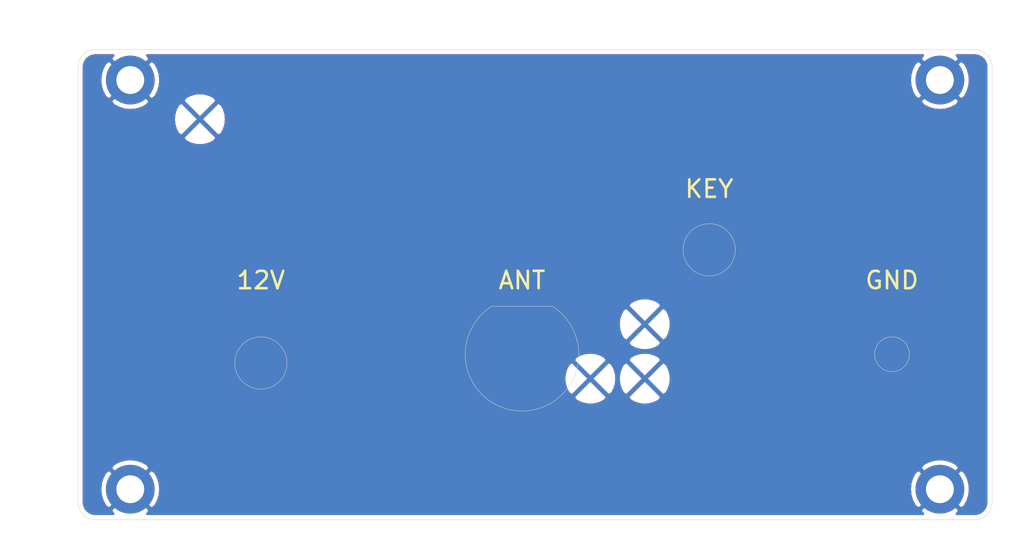
<source format=kicad_pcb>
(kicad_pcb (version 20171130) (host pcbnew 5.1.5+dfsg1-2build2)

  (general
    (thickness 1.6)
    (drawings 33)
    (tracks 0)
    (zones 0)
    (modules 4)
    (nets 2)
  )

  (page A4)
  (layers
    (0 F.Cu signal)
    (31 B.Cu signal)
    (32 B.Adhes user)
    (33 F.Adhes user)
    (34 B.Paste user)
    (35 F.Paste user)
    (36 B.SilkS user)
    (37 F.SilkS user)
    (38 B.Mask user)
    (39 F.Mask user)
    (40 Dwgs.User user)
    (41 Cmts.User user)
    (42 Eco1.User user)
    (43 Eco2.User user)
    (44 Edge.Cuts user)
    (45 Margin user)
    (46 B.CrtYd user)
    (47 F.CrtYd user)
    (48 B.Fab user)
    (49 F.Fab user)
  )

  (setup
    (last_trace_width 0.25)
    (trace_clearance 0.2)
    (zone_clearance 0.508)
    (zone_45_only no)
    (trace_min 0.2)
    (via_size 0.8)
    (via_drill 0.4)
    (via_min_size 0.4)
    (via_min_drill 0.3)
    (uvia_size 0.3)
    (uvia_drill 0.1)
    (uvias_allowed no)
    (uvia_min_size 0.2)
    (uvia_min_drill 0.1)
    (edge_width 0.05)
    (segment_width 0.2)
    (pcb_text_width 0.3)
    (pcb_text_size 1.5 1.5)
    (mod_edge_width 0.12)
    (mod_text_size 1 1)
    (mod_text_width 0.15)
    (pad_size 1.524 1.524)
    (pad_drill 0.762)
    (pad_to_mask_clearance 0.05)
    (aux_axis_origin 180 100)
    (grid_origin 180 100)
    (visible_elements FFFFFF7F)
    (pcbplotparams
      (layerselection 0x010fc_ffffffff)
      (usegerberextensions false)
      (usegerberattributes true)
      (usegerberadvancedattributes true)
      (creategerberjobfile true)
      (excludeedgelayer true)
      (linewidth 0.100000)
      (plotframeref false)
      (viasonmask false)
      (mode 1)
      (useauxorigin false)
      (hpglpennumber 1)
      (hpglpenspeed 20)
      (hpglpendiameter 15.000000)
      (psnegative false)
      (psa4output false)
      (plotreference true)
      (plotvalue true)
      (plotinvisibletext false)
      (padsonsilk false)
      (subtractmaskfromsilk false)
      (outputformat 1)
      (mirror false)
      (drillshape 1)
      (scaleselection 1)
      (outputdirectory ""))
  )

  (net 0 "")
  (net 1 GND)

  (net_class Default "This is the default net class."
    (clearance 0.2)
    (trace_width 0.25)
    (via_dia 0.8)
    (via_drill 0.4)
    (uvia_dia 0.3)
    (uvia_drill 0.1)
    (add_net GND)
  )

  (module MountingHole:MountingHole_3.2mm_M3_DIN965_Pad (layer F.Cu) (tedit 56D1B4CB) (tstamp 5EED28B8)
    (at 174 96.5)
    (descr "Mounting Hole 3.2mm, M3, DIN965")
    (tags "mounting hole 3.2mm m3 din965")
    (path /5EECDEC4)
    (attr virtual)
    (fp_text reference H4 (at 0 -3.8) (layer F.SilkS) hide
      (effects (font (size 1 1) (thickness 0.15)))
    )
    (fp_text value PL4 (at 0 3.8) (layer F.Fab)
      (effects (font (size 1 1) (thickness 0.15)))
    )
    (fp_text user %R (at 0.3 0) (layer F.Fab)
      (effects (font (size 1 1) (thickness 0.15)))
    )
    (fp_circle (center 0 0) (end 2.8 0) (layer Cmts.User) (width 0.15))
    (fp_circle (center 0 0) (end 3.05 0) (layer F.CrtYd) (width 0.05))
    (pad 1 thru_hole circle (at 0 0) (size 5.6 5.6) (drill 3.2) (layers *.Cu *.Mask)
      (net 1 GND))
  )

  (module MountingHole:MountingHole_3.2mm_M3_DIN965_Pad (layer F.Cu) (tedit 56D1B4CB) (tstamp 5EED28B0)
    (at 174 49.5)
    (descr "Mounting Hole 3.2mm, M3, DIN965")
    (tags "mounting hole 3.2mm m3 din965")
    (path /5EECD60E)
    (attr virtual)
    (fp_text reference H3 (at 0 -3.8) (layer F.SilkS) hide
      (effects (font (size 1 1) (thickness 0.15)))
    )
    (fp_text value PL3 (at 0 3.8) (layer F.Fab)
      (effects (font (size 1 1) (thickness 0.15)))
    )
    (fp_text user %R (at 0.3 0) (layer F.Fab)
      (effects (font (size 1 1) (thickness 0.15)))
    )
    (fp_circle (center 0 0) (end 2.8 0) (layer Cmts.User) (width 0.15))
    (fp_circle (center 0 0) (end 3.05 0) (layer F.CrtYd) (width 0.05))
    (pad 1 thru_hole circle (at 0 0) (size 5.6 5.6) (drill 3.2) (layers *.Cu *.Mask)
      (net 1 GND))
  )

  (module MountingHole:MountingHole_3.2mm_M3_DIN965_Pad (layer F.Cu) (tedit 56D1B4CB) (tstamp 5EED28A8)
    (at 81 96.5)
    (descr "Mounting Hole 3.2mm, M3, DIN965")
    (tags "mounting hole 3.2mm m3 din965")
    (path /5EECD0F7)
    (attr virtual)
    (fp_text reference H2 (at 0 -3.8) (layer F.SilkS) hide
      (effects (font (size 1 1) (thickness 0.15)))
    )
    (fp_text value PL2 (at 0 3.8) (layer F.Fab)
      (effects (font (size 1 1) (thickness 0.15)))
    )
    (fp_text user %R (at 0.3 0) (layer F.Fab)
      (effects (font (size 1 1) (thickness 0.15)))
    )
    (fp_circle (center 0 0) (end 2.8 0) (layer Cmts.User) (width 0.15))
    (fp_circle (center 0 0) (end 3.05 0) (layer F.CrtYd) (width 0.05))
    (pad 1 thru_hole circle (at 0 0) (size 5.6 5.6) (drill 3.2) (layers *.Cu *.Mask)
      (net 1 GND))
  )

  (module MountingHole:MountingHole_3.2mm_M3_DIN965_Pad (layer F.Cu) (tedit 56D1B4CB) (tstamp 5EED28A0)
    (at 81 49.5)
    (descr "Mounting Hole 3.2mm, M3, DIN965")
    (tags "mounting hole 3.2mm m3 din965")
    (path /5EECCECE)
    (attr virtual)
    (fp_text reference H1 (at 0 -3.8) (layer F.SilkS) hide
      (effects (font (size 1 1) (thickness 0.15)))
    )
    (fp_text value PL1 (at 0 3.8) (layer F.Fab)
      (effects (font (size 1 1) (thickness 0.15)))
    )
    (fp_text user %R (at 0.3 0) (layer F.Fab)
      (effects (font (size 1 1) (thickness 0.15)))
    )
    (fp_circle (center 0 0) (end 2.8 0) (layer Cmts.User) (width 0.15))
    (fp_circle (center 0 0) (end 3.05 0) (layer F.CrtYd) (width 0.05))
    (pad 1 thru_hole circle (at 0 0) (size 5.6 5.6) (drill 3.2) (layers *.Cu *.Mask)
      (net 1 GND))
  )

  (dimension 6 (width 0.15) (layer Cmts.User)
    (gr_text "6,000 mm" (at 96 86.8) (layer Cmts.User)
      (effects (font (size 1 1) (thickness 0.15)))
    )
    (feature1 (pts (xy 99 82) (xy 99 86.086421)))
    (feature2 (pts (xy 93 82) (xy 93 86.086421)))
    (crossbar (pts (xy 93 85.5) (xy 99 85.5)))
    (arrow1a (pts (xy 99 85.5) (xy 97.873496 86.086421)))
    (arrow1b (pts (xy 99 85.5) (xy 97.873496 84.913579)))
    (arrow2a (pts (xy 93 85.5) (xy 94.126504 86.086421)))
    (arrow2b (pts (xy 93 85.5) (xy 94.126504 84.913579)))
  )
  (dimension 4 (width 0.15) (layer Cmts.User)
    (gr_text "4,000 mm" (at 168.5 84.8) (layer Cmts.User)
      (effects (font (size 1 1) (thickness 0.15)))
    )
    (feature1 (pts (xy 170.5 81) (xy 170.5 84.086421)))
    (feature2 (pts (xy 166.5 81) (xy 166.5 84.086421)))
    (crossbar (pts (xy 166.5 83.5) (xy 170.5 83.5)))
    (arrow1a (pts (xy 170.5 83.5) (xy 169.373496 84.086421)))
    (arrow1b (pts (xy 170.5 83.5) (xy 169.373496 82.913579)))
    (arrow2a (pts (xy 166.5 83.5) (xy 167.626504 84.086421)))
    (arrow2b (pts (xy 166.5 83.5) (xy 167.626504 82.913579)))
  )
  (dimension 6 (width 0.15) (layer Cmts.User)
    (gr_text "6,000 mm" (at 147.5 73.8) (layer Cmts.User)
      (effects (font (size 1 1) (thickness 0.15)))
    )
    (feature1 (pts (xy 150.5 69) (xy 150.5 73.086421)))
    (feature2 (pts (xy 144.5 69) (xy 144.5 73.086421)))
    (crossbar (pts (xy 144.5 72.5) (xy 150.5 72.5)))
    (arrow1a (pts (xy 150.5 72.5) (xy 149.373496 73.086421)))
    (arrow1b (pts (xy 150.5 72.5) (xy 149.373496 71.913579)))
    (arrow2a (pts (xy 144.5 72.5) (xy 145.626504 73.086421)))
    (arrow2b (pts (xy 144.5 72.5) (xy 145.626504 71.913579)))
  )
  (dimension 13 (width 0.15) (layer Cmts.User)
    (gr_text "13,000 mm" (at 126 90.3) (layer Cmts.User)
      (effects (font (size 1 1) (thickness 0.15)))
    )
    (feature1 (pts (xy 132.5 81) (xy 132.5 89.586421)))
    (feature2 (pts (xy 119.5 81) (xy 119.5 89.586421)))
    (crossbar (pts (xy 119.5 89) (xy 132.5 89)))
    (arrow1a (pts (xy 132.5 89) (xy 131.373496 89.586421)))
    (arrow1b (pts (xy 132.5 89) (xy 131.373496 88.413579)))
    (arrow2a (pts (xy 119.5 89) (xy 120.626504 89.586421)))
    (arrow2b (pts (xy 119.5 89) (xy 120.626504 88.413579)))
  )
  (dimension 12 (width 0.15) (layer Cmts.User)
    (gr_text "12,000 mm" (at 117.7 81.5 270) (layer Cmts.User)
      (effects (font (size 1 1) (thickness 0.15)))
    )
    (feature1 (pts (xy 126 87.5) (xy 118.413579 87.5)))
    (feature2 (pts (xy 126 75.5) (xy 118.413579 75.5)))
    (crossbar (pts (xy 119 75.5) (xy 119 87.5)))
    (arrow1a (pts (xy 119 87.5) (xy 118.413579 86.373496)))
    (arrow1b (pts (xy 119 87.5) (xy 119.586421 86.373496)))
    (arrow2a (pts (xy 119 75.5) (xy 118.413579 76.626504)))
    (arrow2b (pts (xy 119 75.5) (xy 119.586421 76.626504)))
  )
  (dimension 18 (width 0.15) (layer Dwgs.User)
    (gr_text "18,000 mm" (at 72.7 91 90) (layer Dwgs.User)
      (effects (font (size 1 1) (thickness 0.15)))
    )
    (feature1 (pts (xy 75 82) (xy 73.413579 82)))
    (feature2 (pts (xy 75 100) (xy 73.413579 100)))
    (crossbar (pts (xy 74 100) (xy 74 82)))
    (arrow1a (pts (xy 74 82) (xy 74.586421 83.126504)))
    (arrow1b (pts (xy 74 82) (xy 73.413579 83.126504)))
    (arrow2a (pts (xy 74 100) (xy 74.586421 98.873496)))
    (arrow2b (pts (xy 74 100) (xy 73.413579 98.873496)))
  )
  (gr_line (start 75 82) (end 96 82) (layer Dwgs.User) (width 0.15))
  (gr_text KEY (at 147.5 62) (layer F.SilkS) (tstamp 60474B96)
    (effects (font (size 2 2) (thickness 0.3)))
  )
  (gr_text GND (at 168.5 72.5) (layer F.SilkS) (tstamp 60474B9B)
    (effects (font (size 2 2) (thickness 0.3)))
  )
  (gr_text ANT (at 126 72.5) (layer F.SilkS) (tstamp 60474BA0)
    (effects (font (size 2 2) (thickness 0.3)))
  )
  (gr_text 12V (at 96 72.5) (layer F.SilkS) (tstamp 60474B8D)
    (effects (font (size 2 2) (thickness 0.3)))
  )
  (gr_circle (center 147.5 69) (end 150.5 69) (layer Edge.Cuts) (width 0.05))
  (gr_circle (center 168.5 81) (end 170.5 81) (layer Edge.Cuts) (width 0.05))
  (gr_arc (start 126 81) (end 122.5 75.500002) (angle -295.0576087) (layer Edge.Cuts) (width 0.05))
  (gr_line (start 122.5 75.5) (end 129.499999 75.500001) (layer Edge.Cuts) (width 0.05))
  (gr_circle (center 96 82) (end 99 82) (layer Edge.Cuts) (width 0.05))
  (gr_line (start 75 69) (end 180 69) (layer Dwgs.User) (width 0.15))
  (dimension 32 (width 0.15) (layer Dwgs.User)
    (gr_text "32,000 mm" (at 164 43.2) (layer Dwgs.User)
      (effects (font (size 1 1) (thickness 0.15)))
    )
    (feature1 (pts (xy 148 46) (xy 148 43.913579)))
    (feature2 (pts (xy 180 46) (xy 180 43.913579)))
    (crossbar (pts (xy 180 44.5) (xy 148 44.5)))
    (arrow1a (pts (xy 148 44.5) (xy 149.126504 43.913579)))
    (arrow1b (pts (xy 148 44.5) (xy 149.126504 45.086421)))
    (arrow2a (pts (xy 180 44.5) (xy 178.873496 43.913579)))
    (arrow2b (pts (xy 180 44.5) (xy 178.873496 45.086421)))
  )
  (dimension 12 (width 0.15) (layer Dwgs.User)
    (gr_text "12,000 mm" (at 174 102.8) (layer Dwgs.User)
      (effects (font (size 1 1) (thickness 0.15)))
    )
    (feature1 (pts (xy 168 100) (xy 168 102.086421)))
    (feature2 (pts (xy 180 100) (xy 180 102.086421)))
    (crossbar (pts (xy 180 101.5) (xy 168 101.5)))
    (arrow1a (pts (xy 168 101.5) (xy 169.126504 100.913579)))
    (arrow1b (pts (xy 168 101.5) (xy 169.126504 102.086421)))
    (arrow2a (pts (xy 180 101.5) (xy 178.873496 100.913579)))
    (arrow2b (pts (xy 180 101.5) (xy 178.873496 102.086421)))
  )
  (dimension 51 (width 0.15) (layer Dwgs.User)
    (gr_text "51,000 mm" (at 100.5 104.8) (layer Dwgs.User)
      (effects (font (size 1 1) (thickness 0.15)))
    )
    (feature1 (pts (xy 126 100) (xy 126 104.086421)))
    (feature2 (pts (xy 75 100) (xy 75 104.086421)))
    (crossbar (pts (xy 75 103.5) (xy 126 103.5)))
    (arrow1a (pts (xy 126 103.5) (xy 124.873496 104.086421)))
    (arrow1b (pts (xy 126 103.5) (xy 124.873496 102.913579)))
    (arrow2a (pts (xy 75 103.5) (xy 76.126504 104.086421)))
    (arrow2b (pts (xy 75 103.5) (xy 76.126504 102.913579)))
  )
  (dimension 21 (width 0.15) (layer Dwgs.User)
    (gr_text "21,000 mm" (at 85.5 102.3) (layer Dwgs.User)
      (effects (font (size 1 1) (thickness 0.15)))
    )
    (feature1 (pts (xy 96 100) (xy 96 101.586421)))
    (feature2 (pts (xy 75 100) (xy 75 101.586421)))
    (crossbar (pts (xy 75 101) (xy 96 101)))
    (arrow1a (pts (xy 96 101) (xy 94.873496 101.586421)))
    (arrow1b (pts (xy 96 101) (xy 94.873496 100.413579)))
    (arrow2a (pts (xy 75 101) (xy 76.126504 101.586421)))
    (arrow2b (pts (xy 75 101) (xy 76.126504 100.413579)))
  )
  (dimension 31 (width 0.15) (layer Dwgs.User)
    (gr_text "31,000 mm" (at 69.7 84.5 90) (layer Dwgs.User)
      (effects (font (size 1 1) (thickness 0.15)))
    )
    (feature1 (pts (xy 75 69) (xy 70.413579 69)))
    (feature2 (pts (xy 75 100) (xy 70.413579 100)))
    (crossbar (pts (xy 71 100) (xy 71 69)))
    (arrow1a (pts (xy 71 69) (xy 71.586421 70.126504)))
    (arrow1b (pts (xy 71 69) (xy 70.413579 70.126504)))
    (arrow2a (pts (xy 71 100) (xy 71.586421 98.873496)))
    (arrow2b (pts (xy 71 100) (xy 70.413579 98.873496)))
  )
  (gr_line (start 180 81) (end 126 81) (layer Dwgs.User) (width 0.15))
  (dimension 19 (width 0.15) (layer Dwgs.User)
    (gr_text "19,000 mm" (at 182.3 90.5 90) (layer Dwgs.User)
      (effects (font (size 1 1) (thickness 0.15)))
    )
    (feature1 (pts (xy 180 81) (xy 181.586421 81)))
    (feature2 (pts (xy 180 100) (xy 181.586421 100)))
    (crossbar (pts (xy 181 100) (xy 181 81)))
    (arrow1a (pts (xy 181 81) (xy 181.586421 82.126504)))
    (arrow1b (pts (xy 181 81) (xy 180.413579 82.126504)))
    (arrow2a (pts (xy 181 100) (xy 181.586421 98.873496)))
    (arrow2b (pts (xy 181 100) (xy 180.413579 98.873496)))
  )
  (gr_text "Drillplan for back panel using Fisher chassis." (at 110 42) (layer Cmts.User)
    (effects (font (size 2 2) (thickness 0.3)))
  )
  (gr_arc (start 178 98) (end 178 100) (angle -90) (layer Edge.Cuts) (width 0.05))
  (gr_arc (start 77 98) (end 75 98) (angle -90) (layer Edge.Cuts) (width 0.05))
  (gr_arc (start 77 48) (end 77 46) (angle -90) (layer Edge.Cuts) (width 0.05))
  (gr_arc (start 178 48) (end 180 48) (angle -90) (layer Edge.Cuts) (width 0.05))
  (gr_line (start 180 48) (end 180 98) (layer Edge.Cuts) (width 0.05) (tstamp 5EED2860))
  (gr_line (start 77 46) (end 178 46) (layer Edge.Cuts) (width 0.05))
  (gr_line (start 75 98) (end 75 48) (layer Edge.Cuts) (width 0.05))
  (gr_line (start 178 100) (end 77 100) (layer Edge.Cuts) (width 0.05))

  (zone (net 1) (net_name GND) (layer F.Cu) (tstamp 0) (hatch edge 0.508)
    (connect_pads (clearance 0.508))
    (min_thickness 0.254)
    (fill yes (arc_segments 32) (thermal_gap 0.508) (thermal_bridge_width 0.508))
    (polygon
      (pts
        (xy 180 100) (xy 75 100) (xy 75 46) (xy 180 46)
      )
    )
    (filled_polygon
      (pts
        (xy 78.763124 47.083519) (xy 81 49.320395) (xy 83.236876 47.083519) (xy 82.942209 46.66) (xy 172.057791 46.66)
        (xy 171.763124 47.083519) (xy 174 49.320395) (xy 176.236876 47.083519) (xy 175.942209 46.66) (xy 177.967721 46.66)
        (xy 178.259659 46.688625) (xy 178.509429 46.764035) (xy 178.739792 46.886522) (xy 178.94198 47.051422) (xy 179.108286 47.25245)
        (xy 179.232378 47.481954) (xy 179.309531 47.731195) (xy 179.34 48.021088) (xy 179.340001 97.967711) (xy 179.311375 98.25966)
        (xy 179.235965 98.509429) (xy 179.113477 98.739794) (xy 178.948579 98.941979) (xy 178.747546 99.108288) (xy 178.518046 99.232378)
        (xy 178.268805 99.309531) (xy 177.978911 99.34) (xy 175.942209 99.34) (xy 176.236876 98.916481) (xy 174 96.679605)
        (xy 171.763124 98.916481) (xy 172.057791 99.34) (xy 82.942209 99.34) (xy 83.236876 98.916481) (xy 81 96.679605)
        (xy 78.763124 98.916481) (xy 79.057791 99.34) (xy 77.032279 99.34) (xy 76.74034 99.311375) (xy 76.490571 99.235965)
        (xy 76.260206 99.113477) (xy 76.058021 98.948579) (xy 75.891712 98.747546) (xy 75.767622 98.518046) (xy 75.690469 98.268805)
        (xy 75.66 97.978911) (xy 75.66 96.491484) (xy 77.54839 96.491484) (xy 77.613051 97.165023) (xy 77.80787 97.813006)
        (xy 78.125361 98.41053) (xy 78.134823 98.424692) (xy 78.583519 98.736876) (xy 80.820395 96.5) (xy 81.179605 96.5)
        (xy 83.416481 98.736876) (xy 83.865177 98.424692) (xy 84.185612 97.828741) (xy 84.383626 97.181727) (xy 84.45161 96.508516)
        (xy 84.449975 96.491484) (xy 170.54839 96.491484) (xy 170.613051 97.165023) (xy 170.80787 97.813006) (xy 171.125361 98.41053)
        (xy 171.134823 98.424692) (xy 171.583519 98.736876) (xy 173.820395 96.5) (xy 174.179605 96.5) (xy 176.416481 98.736876)
        (xy 176.865177 98.424692) (xy 177.185612 97.828741) (xy 177.383626 97.181727) (xy 177.45161 96.508516) (xy 177.386949 95.834977)
        (xy 177.19213 95.186994) (xy 176.874639 94.58947) (xy 176.865177 94.575308) (xy 176.416481 94.263124) (xy 174.179605 96.5)
        (xy 173.820395 96.5) (xy 171.583519 94.263124) (xy 171.134823 94.575308) (xy 170.814388 95.171259) (xy 170.616374 95.818273)
        (xy 170.54839 96.491484) (xy 84.449975 96.491484) (xy 84.386949 95.834977) (xy 84.19213 95.186994) (xy 83.874639 94.58947)
        (xy 83.865177 94.575308) (xy 83.416481 94.263124) (xy 81.179605 96.5) (xy 80.820395 96.5) (xy 78.583519 94.263124)
        (xy 78.134823 94.575308) (xy 77.814388 95.171259) (xy 77.616374 95.818273) (xy 77.54839 96.491484) (xy 75.66 96.491484)
        (xy 75.66 94.083519) (xy 78.763124 94.083519) (xy 81 96.320395) (xy 83.236876 94.083519) (xy 171.763124 94.083519)
        (xy 174 96.320395) (xy 176.236876 94.083519) (xy 175.924692 93.634823) (xy 175.328741 93.314388) (xy 174.681727 93.116374)
        (xy 174.008516 93.04839) (xy 173.334977 93.113051) (xy 172.686994 93.30787) (xy 172.08947 93.625361) (xy 172.075308 93.634823)
        (xy 171.763124 94.083519) (xy 83.236876 94.083519) (xy 82.924692 93.634823) (xy 82.328741 93.314388) (xy 81.681727 93.116374)
        (xy 81.008516 93.04839) (xy 80.334977 93.113051) (xy 79.686994 93.30787) (xy 79.08947 93.625361) (xy 79.075308 93.634823)
        (xy 78.763124 94.083519) (xy 75.66 94.083519) (xy 75.66 85.896468) (xy 131.933137 85.896468) (xy 132.191298 86.299073)
        (xy 132.710715 86.574651) (xy 133.273913 86.743601) (xy 133.85925 86.79943) (xy 134.444233 86.739992) (xy 135.006379 86.567571)
        (xy 135.508702 86.299073) (xy 135.766863 85.896468) (xy 138.183137 85.896468) (xy 138.441298 86.299073) (xy 138.960715 86.574651)
        (xy 139.523913 86.743601) (xy 140.10925 86.79943) (xy 140.694233 86.739992) (xy 141.256379 86.567571) (xy 141.758702 86.299073)
        (xy 142.016863 85.896468) (xy 140.1 83.979605) (xy 138.183137 85.896468) (xy 135.766863 85.896468) (xy 133.85 83.979605)
        (xy 131.933137 85.896468) (xy 75.66 85.896468) (xy 75.66 83.80925) (xy 130.85057 83.80925) (xy 130.910008 84.394233)
        (xy 131.082429 84.956379) (xy 131.350927 85.458702) (xy 131.753532 85.716863) (xy 133.670395 83.8) (xy 134.029605 83.8)
        (xy 135.946468 85.716863) (xy 136.349073 85.458702) (xy 136.624651 84.939285) (xy 136.793601 84.376087) (xy 136.847665 83.80925)
        (xy 137.10057 83.80925) (xy 137.160008 84.394233) (xy 137.332429 84.956379) (xy 137.600927 85.458702) (xy 138.003532 85.716863)
        (xy 139.920395 83.8) (xy 140.279605 83.8) (xy 142.196468 85.716863) (xy 142.599073 85.458702) (xy 142.874651 84.939285)
        (xy 143.043601 84.376087) (xy 143.09943 83.79075) (xy 143.039992 83.205767) (xy 142.867571 82.643621) (xy 142.599073 82.141298)
        (xy 142.196468 81.883137) (xy 140.279605 83.8) (xy 139.920395 83.8) (xy 138.003532 81.883137) (xy 137.600927 82.141298)
        (xy 137.325349 82.660715) (xy 137.156399 83.223913) (xy 137.10057 83.80925) (xy 136.847665 83.80925) (xy 136.84943 83.79075)
        (xy 136.789992 83.205767) (xy 136.617571 82.643621) (xy 136.349073 82.141298) (xy 135.946468 81.883137) (xy 134.029605 83.8)
        (xy 133.670395 83.8) (xy 131.753532 81.883137) (xy 131.350927 82.141298) (xy 131.075349 82.660715) (xy 130.906399 83.223913)
        (xy 130.85057 83.80925) (xy 75.66 83.80925) (xy 75.66 81.703532) (xy 131.933137 81.703532) (xy 133.85 83.620395)
        (xy 135.766863 81.703532) (xy 138.183137 81.703532) (xy 140.1 83.620395) (xy 142.016863 81.703532) (xy 141.758702 81.300927)
        (xy 141.239285 81.025349) (xy 140.676087 80.856399) (xy 140.09075 80.80057) (xy 139.505767 80.860008) (xy 138.943621 81.032429)
        (xy 138.441298 81.300927) (xy 138.183137 81.703532) (xy 135.766863 81.703532) (xy 135.508702 81.300927) (xy 134.989285 81.025349)
        (xy 134.426087 80.856399) (xy 133.84075 80.80057) (xy 133.255767 80.860008) (xy 132.693621 81.032429) (xy 132.191298 81.300927)
        (xy 131.933137 81.703532) (xy 75.66 81.703532) (xy 75.66 79.646468) (xy 138.183137 79.646468) (xy 138.441298 80.049073)
        (xy 138.960715 80.324651) (xy 139.523913 80.493601) (xy 140.10925 80.54943) (xy 140.694233 80.489992) (xy 141.256379 80.317571)
        (xy 141.758702 80.049073) (xy 142.016863 79.646468) (xy 140.1 77.729605) (xy 138.183137 79.646468) (xy 75.66 79.646468)
        (xy 75.66 77.55925) (xy 137.10057 77.55925) (xy 137.160008 78.144233) (xy 137.332429 78.706379) (xy 137.600927 79.208702)
        (xy 138.003532 79.466863) (xy 139.920395 77.55) (xy 140.279605 77.55) (xy 142.196468 79.466863) (xy 142.599073 79.208702)
        (xy 142.874651 78.689285) (xy 143.043601 78.126087) (xy 143.09943 77.54075) (xy 143.039992 76.955767) (xy 142.867571 76.393621)
        (xy 142.599073 75.891298) (xy 142.196468 75.633137) (xy 140.279605 77.55) (xy 139.920395 77.55) (xy 138.003532 75.633137)
        (xy 137.600927 75.891298) (xy 137.325349 76.410715) (xy 137.156399 76.973913) (xy 137.10057 77.55925) (xy 75.66 77.55925)
        (xy 75.66 75.453532) (xy 138.183137 75.453532) (xy 140.1 77.370395) (xy 142.016863 75.453532) (xy 141.758702 75.050927)
        (xy 141.239285 74.775349) (xy 140.676087 74.606399) (xy 140.09075 74.55057) (xy 139.505767 74.610008) (xy 138.943621 74.782429)
        (xy 138.441298 75.050927) (xy 138.183137 75.453532) (xy 75.66 75.453532) (xy 75.66 56.096468) (xy 87.083137 56.096468)
        (xy 87.341298 56.499073) (xy 87.860715 56.774651) (xy 88.423913 56.943601) (xy 89.00925 56.99943) (xy 89.594233 56.939992)
        (xy 90.156379 56.767571) (xy 90.658702 56.499073) (xy 90.916863 56.096468) (xy 89 54.179605) (xy 87.083137 56.096468)
        (xy 75.66 56.096468) (xy 75.66 54.00925) (xy 86.00057 54.00925) (xy 86.060008 54.594233) (xy 86.232429 55.156379)
        (xy 86.500927 55.658702) (xy 86.903532 55.916863) (xy 88.820395 54) (xy 89.179605 54) (xy 91.096468 55.916863)
        (xy 91.499073 55.658702) (xy 91.774651 55.139285) (xy 91.943601 54.576087) (xy 91.99943 53.99075) (xy 91.939992 53.405767)
        (xy 91.767571 52.843621) (xy 91.499073 52.341298) (xy 91.096468 52.083137) (xy 89.179605 54) (xy 88.820395 54)
        (xy 86.903532 52.083137) (xy 86.500927 52.341298) (xy 86.225349 52.860715) (xy 86.056399 53.423913) (xy 86.00057 54.00925)
        (xy 75.66 54.00925) (xy 75.66 51.916481) (xy 78.763124 51.916481) (xy 79.075308 52.365177) (xy 79.671259 52.685612)
        (xy 80.318273 52.883626) (xy 80.991484 52.95161) (xy 81.665023 52.886949) (xy 82.313006 52.69213) (xy 82.91053 52.374639)
        (xy 82.924692 52.365177) (xy 83.236876 51.916481) (xy 83.223927 51.903532) (xy 87.083137 51.903532) (xy 89 53.820395)
        (xy 90.903914 51.916481) (xy 171.763124 51.916481) (xy 172.075308 52.365177) (xy 172.671259 52.685612) (xy 173.318273 52.883626)
        (xy 173.991484 52.95161) (xy 174.665023 52.886949) (xy 175.313006 52.69213) (xy 175.91053 52.374639) (xy 175.924692 52.365177)
        (xy 176.236876 51.916481) (xy 174 49.679605) (xy 171.763124 51.916481) (xy 90.903914 51.916481) (xy 90.916863 51.903532)
        (xy 90.658702 51.500927) (xy 90.139285 51.225349) (xy 89.576087 51.056399) (xy 88.99075 51.00057) (xy 88.405767 51.060008)
        (xy 87.843621 51.232429) (xy 87.341298 51.500927) (xy 87.083137 51.903532) (xy 83.223927 51.903532) (xy 81 49.679605)
        (xy 78.763124 51.916481) (xy 75.66 51.916481) (xy 75.66 49.491484) (xy 77.54839 49.491484) (xy 77.613051 50.165023)
        (xy 77.80787 50.813006) (xy 78.125361 51.41053) (xy 78.134823 51.424692) (xy 78.583519 51.736876) (xy 80.820395 49.5)
        (xy 81.179605 49.5) (xy 83.416481 51.736876) (xy 83.865177 51.424692) (xy 84.185612 50.828741) (xy 84.383626 50.181727)
        (xy 84.45161 49.508516) (xy 84.449975 49.491484) (xy 170.54839 49.491484) (xy 170.613051 50.165023) (xy 170.80787 50.813006)
        (xy 171.125361 51.41053) (xy 171.134823 51.424692) (xy 171.583519 51.736876) (xy 173.820395 49.5) (xy 174.179605 49.5)
        (xy 176.416481 51.736876) (xy 176.865177 51.424692) (xy 177.185612 50.828741) (xy 177.383626 50.181727) (xy 177.45161 49.508516)
        (xy 177.386949 48.834977) (xy 177.19213 48.186994) (xy 176.874639 47.58947) (xy 176.865177 47.575308) (xy 176.416481 47.263124)
        (xy 174.179605 49.5) (xy 173.820395 49.5) (xy 171.583519 47.263124) (xy 171.134823 47.575308) (xy 170.814388 48.171259)
        (xy 170.616374 48.818273) (xy 170.54839 49.491484) (xy 84.449975 49.491484) (xy 84.386949 48.834977) (xy 84.19213 48.186994)
        (xy 83.874639 47.58947) (xy 83.865177 47.575308) (xy 83.416481 47.263124) (xy 81.179605 49.5) (xy 80.820395 49.5)
        (xy 78.583519 47.263124) (xy 78.134823 47.575308) (xy 77.814388 48.171259) (xy 77.616374 48.818273) (xy 77.54839 49.491484)
        (xy 75.66 49.491484) (xy 75.66 48.032279) (xy 75.688625 47.740341) (xy 75.764035 47.490571) (xy 75.886522 47.260208)
        (xy 76.051422 47.05802) (xy 76.25245 46.891714) (xy 76.481954 46.767622) (xy 76.731195 46.690469) (xy 77.021088 46.66)
        (xy 79.057791 46.66)
      )
    )
  )
  (zone (net 1) (net_name GND) (layer B.Cu) (tstamp 0) (hatch edge 0.508)
    (connect_pads (clearance 0.508))
    (min_thickness 0.254)
    (fill yes (arc_segments 32) (thermal_gap 0.508) (thermal_bridge_width 0.508))
    (polygon
      (pts
        (xy 180 100) (xy 75 100) (xy 75 46) (xy 180 46)
      )
    )
    (filled_polygon
      (pts
        (xy 78.763124 47.083519) (xy 81 49.320395) (xy 83.236876 47.083519) (xy 82.942209 46.66) (xy 172.057791 46.66)
        (xy 171.763124 47.083519) (xy 174 49.320395) (xy 176.236876 47.083519) (xy 175.942209 46.66) (xy 177.967721 46.66)
        (xy 178.259659 46.688625) (xy 178.509429 46.764035) (xy 178.739792 46.886522) (xy 178.94198 47.051422) (xy 179.108286 47.25245)
        (xy 179.232378 47.481954) (xy 179.309531 47.731195) (xy 179.34 48.021088) (xy 179.340001 97.967711) (xy 179.311375 98.25966)
        (xy 179.235965 98.509429) (xy 179.113477 98.739794) (xy 178.948579 98.941979) (xy 178.747546 99.108288) (xy 178.518046 99.232378)
        (xy 178.268805 99.309531) (xy 177.978911 99.34) (xy 175.942209 99.34) (xy 176.236876 98.916481) (xy 174 96.679605)
        (xy 171.763124 98.916481) (xy 172.057791 99.34) (xy 82.942209 99.34) (xy 83.236876 98.916481) (xy 81 96.679605)
        (xy 78.763124 98.916481) (xy 79.057791 99.34) (xy 77.032279 99.34) (xy 76.74034 99.311375) (xy 76.490571 99.235965)
        (xy 76.260206 99.113477) (xy 76.058021 98.948579) (xy 75.891712 98.747546) (xy 75.767622 98.518046) (xy 75.690469 98.268805)
        (xy 75.66 97.978911) (xy 75.66 96.491484) (xy 77.54839 96.491484) (xy 77.613051 97.165023) (xy 77.80787 97.813006)
        (xy 78.125361 98.41053) (xy 78.134823 98.424692) (xy 78.583519 98.736876) (xy 80.820395 96.5) (xy 81.179605 96.5)
        (xy 83.416481 98.736876) (xy 83.865177 98.424692) (xy 84.185612 97.828741) (xy 84.383626 97.181727) (xy 84.45161 96.508516)
        (xy 84.449975 96.491484) (xy 170.54839 96.491484) (xy 170.613051 97.165023) (xy 170.80787 97.813006) (xy 171.125361 98.41053)
        (xy 171.134823 98.424692) (xy 171.583519 98.736876) (xy 173.820395 96.5) (xy 174.179605 96.5) (xy 176.416481 98.736876)
        (xy 176.865177 98.424692) (xy 177.185612 97.828741) (xy 177.383626 97.181727) (xy 177.45161 96.508516) (xy 177.386949 95.834977)
        (xy 177.19213 95.186994) (xy 176.874639 94.58947) (xy 176.865177 94.575308) (xy 176.416481 94.263124) (xy 174.179605 96.5)
        (xy 173.820395 96.5) (xy 171.583519 94.263124) (xy 171.134823 94.575308) (xy 170.814388 95.171259) (xy 170.616374 95.818273)
        (xy 170.54839 96.491484) (xy 84.449975 96.491484) (xy 84.386949 95.834977) (xy 84.19213 95.186994) (xy 83.874639 94.58947)
        (xy 83.865177 94.575308) (xy 83.416481 94.263124) (xy 81.179605 96.5) (xy 80.820395 96.5) (xy 78.583519 94.263124)
        (xy 78.134823 94.575308) (xy 77.814388 95.171259) (xy 77.616374 95.818273) (xy 77.54839 96.491484) (xy 75.66 96.491484)
        (xy 75.66 94.083519) (xy 78.763124 94.083519) (xy 81 96.320395) (xy 83.236876 94.083519) (xy 171.763124 94.083519)
        (xy 174 96.320395) (xy 176.236876 94.083519) (xy 175.924692 93.634823) (xy 175.328741 93.314388) (xy 174.681727 93.116374)
        (xy 174.008516 93.04839) (xy 173.334977 93.113051) (xy 172.686994 93.30787) (xy 172.08947 93.625361) (xy 172.075308 93.634823)
        (xy 171.763124 94.083519) (xy 83.236876 94.083519) (xy 82.924692 93.634823) (xy 82.328741 93.314388) (xy 81.681727 93.116374)
        (xy 81.008516 93.04839) (xy 80.334977 93.113051) (xy 79.686994 93.30787) (xy 79.08947 93.625361) (xy 79.075308 93.634823)
        (xy 78.763124 94.083519) (xy 75.66 94.083519) (xy 75.66 85.896468) (xy 131.933137 85.896468) (xy 132.191298 86.299073)
        (xy 132.710715 86.574651) (xy 133.273913 86.743601) (xy 133.85925 86.79943) (xy 134.444233 86.739992) (xy 135.006379 86.567571)
        (xy 135.508702 86.299073) (xy 135.766863 85.896468) (xy 138.183137 85.896468) (xy 138.441298 86.299073) (xy 138.960715 86.574651)
        (xy 139.523913 86.743601) (xy 140.10925 86.79943) (xy 140.694233 86.739992) (xy 141.256379 86.567571) (xy 141.758702 86.299073)
        (xy 142.016863 85.896468) (xy 140.1 83.979605) (xy 138.183137 85.896468) (xy 135.766863 85.896468) (xy 133.85 83.979605)
        (xy 131.933137 85.896468) (xy 75.66 85.896468) (xy 75.66 83.80925) (xy 130.85057 83.80925) (xy 130.910008 84.394233)
        (xy 131.082429 84.956379) (xy 131.350927 85.458702) (xy 131.753532 85.716863) (xy 133.670395 83.8) (xy 134.029605 83.8)
        (xy 135.946468 85.716863) (xy 136.349073 85.458702) (xy 136.624651 84.939285) (xy 136.793601 84.376087) (xy 136.847665 83.80925)
        (xy 137.10057 83.80925) (xy 137.160008 84.394233) (xy 137.332429 84.956379) (xy 137.600927 85.458702) (xy 138.003532 85.716863)
        (xy 139.920395 83.8) (xy 140.279605 83.8) (xy 142.196468 85.716863) (xy 142.599073 85.458702) (xy 142.874651 84.939285)
        (xy 143.043601 84.376087) (xy 143.09943 83.79075) (xy 143.039992 83.205767) (xy 142.867571 82.643621) (xy 142.599073 82.141298)
        (xy 142.196468 81.883137) (xy 140.279605 83.8) (xy 139.920395 83.8) (xy 138.003532 81.883137) (xy 137.600927 82.141298)
        (xy 137.325349 82.660715) (xy 137.156399 83.223913) (xy 137.10057 83.80925) (xy 136.847665 83.80925) (xy 136.84943 83.79075)
        (xy 136.789992 83.205767) (xy 136.617571 82.643621) (xy 136.349073 82.141298) (xy 135.946468 81.883137) (xy 134.029605 83.8)
        (xy 133.670395 83.8) (xy 131.753532 81.883137) (xy 131.350927 82.141298) (xy 131.075349 82.660715) (xy 130.906399 83.223913)
        (xy 130.85057 83.80925) (xy 75.66 83.80925) (xy 75.66 81.703532) (xy 131.933137 81.703532) (xy 133.85 83.620395)
        (xy 135.766863 81.703532) (xy 138.183137 81.703532) (xy 140.1 83.620395) (xy 142.016863 81.703532) (xy 141.758702 81.300927)
        (xy 141.239285 81.025349) (xy 140.676087 80.856399) (xy 140.09075 80.80057) (xy 139.505767 80.860008) (xy 138.943621 81.032429)
        (xy 138.441298 81.300927) (xy 138.183137 81.703532) (xy 135.766863 81.703532) (xy 135.508702 81.300927) (xy 134.989285 81.025349)
        (xy 134.426087 80.856399) (xy 133.84075 80.80057) (xy 133.255767 80.860008) (xy 132.693621 81.032429) (xy 132.191298 81.300927)
        (xy 131.933137 81.703532) (xy 75.66 81.703532) (xy 75.66 79.646468) (xy 138.183137 79.646468) (xy 138.441298 80.049073)
        (xy 138.960715 80.324651) (xy 139.523913 80.493601) (xy 140.10925 80.54943) (xy 140.694233 80.489992) (xy 141.256379 80.317571)
        (xy 141.758702 80.049073) (xy 142.016863 79.646468) (xy 140.1 77.729605) (xy 138.183137 79.646468) (xy 75.66 79.646468)
        (xy 75.66 77.55925) (xy 137.10057 77.55925) (xy 137.160008 78.144233) (xy 137.332429 78.706379) (xy 137.600927 79.208702)
        (xy 138.003532 79.466863) (xy 139.920395 77.55) (xy 140.279605 77.55) (xy 142.196468 79.466863) (xy 142.599073 79.208702)
        (xy 142.874651 78.689285) (xy 143.043601 78.126087) (xy 143.09943 77.54075) (xy 143.039992 76.955767) (xy 142.867571 76.393621)
        (xy 142.599073 75.891298) (xy 142.196468 75.633137) (xy 140.279605 77.55) (xy 139.920395 77.55) (xy 138.003532 75.633137)
        (xy 137.600927 75.891298) (xy 137.325349 76.410715) (xy 137.156399 76.973913) (xy 137.10057 77.55925) (xy 75.66 77.55925)
        (xy 75.66 75.453532) (xy 138.183137 75.453532) (xy 140.1 77.370395) (xy 142.016863 75.453532) (xy 141.758702 75.050927)
        (xy 141.239285 74.775349) (xy 140.676087 74.606399) (xy 140.09075 74.55057) (xy 139.505767 74.610008) (xy 138.943621 74.782429)
        (xy 138.441298 75.050927) (xy 138.183137 75.453532) (xy 75.66 75.453532) (xy 75.66 56.096468) (xy 87.083137 56.096468)
        (xy 87.341298 56.499073) (xy 87.860715 56.774651) (xy 88.423913 56.943601) (xy 89.00925 56.99943) (xy 89.594233 56.939992)
        (xy 90.156379 56.767571) (xy 90.658702 56.499073) (xy 90.916863 56.096468) (xy 89 54.179605) (xy 87.083137 56.096468)
        (xy 75.66 56.096468) (xy 75.66 54.00925) (xy 86.00057 54.00925) (xy 86.060008 54.594233) (xy 86.232429 55.156379)
        (xy 86.500927 55.658702) (xy 86.903532 55.916863) (xy 88.820395 54) (xy 89.179605 54) (xy 91.096468 55.916863)
        (xy 91.499073 55.658702) (xy 91.774651 55.139285) (xy 91.943601 54.576087) (xy 91.99943 53.99075) (xy 91.939992 53.405767)
        (xy 91.767571 52.843621) (xy 91.499073 52.341298) (xy 91.096468 52.083137) (xy 89.179605 54) (xy 88.820395 54)
        (xy 86.903532 52.083137) (xy 86.500927 52.341298) (xy 86.225349 52.860715) (xy 86.056399 53.423913) (xy 86.00057 54.00925)
        (xy 75.66 54.00925) (xy 75.66 51.916481) (xy 78.763124 51.916481) (xy 79.075308 52.365177) (xy 79.671259 52.685612)
        (xy 80.318273 52.883626) (xy 80.991484 52.95161) (xy 81.665023 52.886949) (xy 82.313006 52.69213) (xy 82.91053 52.374639)
        (xy 82.924692 52.365177) (xy 83.236876 51.916481) (xy 83.223927 51.903532) (xy 87.083137 51.903532) (xy 89 53.820395)
        (xy 90.903914 51.916481) (xy 171.763124 51.916481) (xy 172.075308 52.365177) (xy 172.671259 52.685612) (xy 173.318273 52.883626)
        (xy 173.991484 52.95161) (xy 174.665023 52.886949) (xy 175.313006 52.69213) (xy 175.91053 52.374639) (xy 175.924692 52.365177)
        (xy 176.236876 51.916481) (xy 174 49.679605) (xy 171.763124 51.916481) (xy 90.903914 51.916481) (xy 90.916863 51.903532)
        (xy 90.658702 51.500927) (xy 90.139285 51.225349) (xy 89.576087 51.056399) (xy 88.99075 51.00057) (xy 88.405767 51.060008)
        (xy 87.843621 51.232429) (xy 87.341298 51.500927) (xy 87.083137 51.903532) (xy 83.223927 51.903532) (xy 81 49.679605)
        (xy 78.763124 51.916481) (xy 75.66 51.916481) (xy 75.66 49.491484) (xy 77.54839 49.491484) (xy 77.613051 50.165023)
        (xy 77.80787 50.813006) (xy 78.125361 51.41053) (xy 78.134823 51.424692) (xy 78.583519 51.736876) (xy 80.820395 49.5)
        (xy 81.179605 49.5) (xy 83.416481 51.736876) (xy 83.865177 51.424692) (xy 84.185612 50.828741) (xy 84.383626 50.181727)
        (xy 84.45161 49.508516) (xy 84.449975 49.491484) (xy 170.54839 49.491484) (xy 170.613051 50.165023) (xy 170.80787 50.813006)
        (xy 171.125361 51.41053) (xy 171.134823 51.424692) (xy 171.583519 51.736876) (xy 173.820395 49.5) (xy 174.179605 49.5)
        (xy 176.416481 51.736876) (xy 176.865177 51.424692) (xy 177.185612 50.828741) (xy 177.383626 50.181727) (xy 177.45161 49.508516)
        (xy 177.386949 48.834977) (xy 177.19213 48.186994) (xy 176.874639 47.58947) (xy 176.865177 47.575308) (xy 176.416481 47.263124)
        (xy 174.179605 49.5) (xy 173.820395 49.5) (xy 171.583519 47.263124) (xy 171.134823 47.575308) (xy 170.814388 48.171259)
        (xy 170.616374 48.818273) (xy 170.54839 49.491484) (xy 84.449975 49.491484) (xy 84.386949 48.834977) (xy 84.19213 48.186994)
        (xy 83.874639 47.58947) (xy 83.865177 47.575308) (xy 83.416481 47.263124) (xy 81.179605 49.5) (xy 80.820395 49.5)
        (xy 78.583519 47.263124) (xy 78.134823 47.575308) (xy 77.814388 48.171259) (xy 77.616374 48.818273) (xy 77.54839 49.491484)
        (xy 75.66 49.491484) (xy 75.66 48.032279) (xy 75.688625 47.740341) (xy 75.764035 47.490571) (xy 75.886522 47.260208)
        (xy 76.051422 47.05802) (xy 76.25245 46.891714) (xy 76.481954 46.767622) (xy 76.731195 46.690469) (xy 77.021088 46.66)
        (xy 79.057791 46.66)
      )
    )
  )
)

</source>
